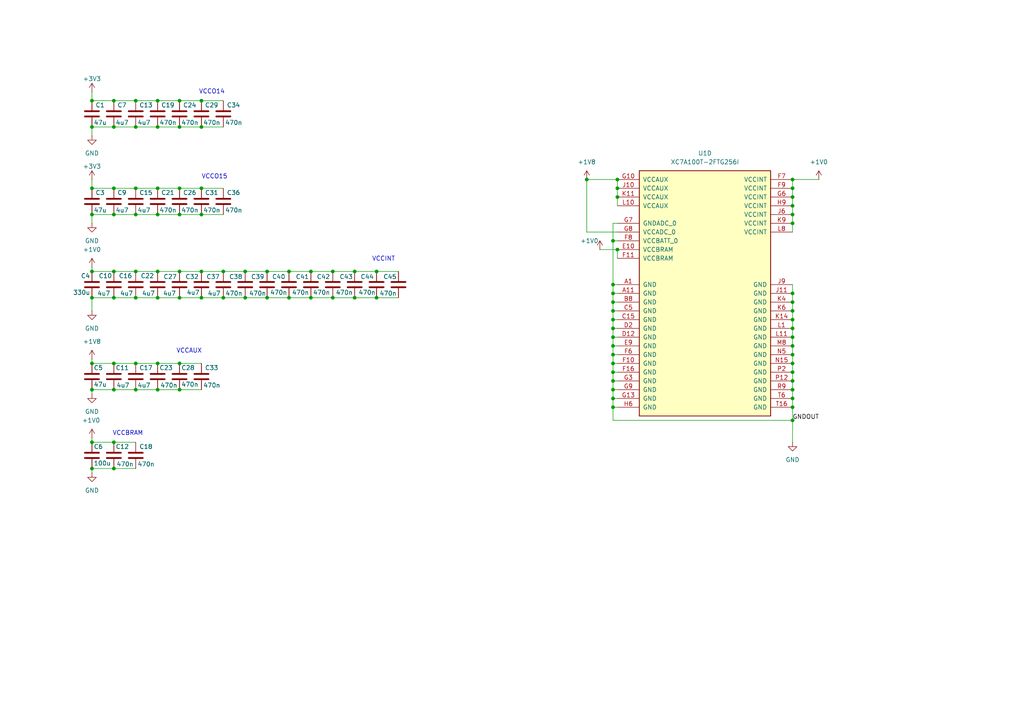
<source format=kicad_sch>
(kicad_sch (version 20250114) (generator "eeschema") (generator_version "9.0")
  (paper "A4")
  (lib_symbols
    (symbol "Device:C" (pin_numbers (hide yes)) (pin_names (offset 0.254))
      (property "Reference" "C" (at 0.635 2.54 0))
      (property "Value" "C" (at 0.635 -2.54 0))
      (symbol "C_0_1"
        (polyline (pts (xy -2.032 0.762) (xy 2.032 0.762)) (stroke (width 0.508)))
        (polyline (pts (xy -2.032 -0.762) (xy 2.032 -0.762)) (stroke (width 0.508)))
      )
      (symbol "C_1_1"
        (pin passive line (at 0 3.81 270) (length 2.794) (name "~") (number "1"))
        (pin passive line (at 0 -3.81 90) (length 2.794) (name "~") (number "2"))
      )
    )
    (symbol "FPGA_Xilinx_Artix7:XC7A100T-FTG256" (pin_names (offset 1.016))
      (property "Reference" "U" (at 0 1.27 0))
      (property "Value" "XC7A100T-FTG256" (at 0 -1.27 0))
      (symbol "XC7A100T-FTG256_1_1"
        (rectangle (start -44.45 67.31) (end 44.45 -73.66) (stroke (width 0.254)) (fill (type background)))
        (pin bidirectional line (at -50.8 53.34 0) (length 6.35) (name "IO_0_14") (number "K12"))
        (pin bidirectional line (at -50.8 50.8 0) (length 6.35) (name "IO_L1P_T0_D00_MOSI_14") (number "J13"))
        (pin bidirectional line (at -50.8 48.26 0) (length 6.35) (name "IO_L1N_T0_D01_DIN_14") (number "J14"))
        (pin bidirectional line (at -50.8 45.72 0) (length 6.35) (name "IO_L2P_T0_D02_14") (number "K15"))
        (pin bidirectional line (at -50.8 43.18 0) (length 6.35) (name "IO_L2N_T0_D03_14") (number "K16"))
        (pin bidirectional line (at -50.8 40.64 0) (length 6.35) (name "IO_L3P_T0_DQS_PUDC_B_14") (number "L15"))
        (pin bidirectional line (at -50.8 38.1 0) (length 6.35) (name "IO_L3N_T0_DQS_EMCCLK_14") (number "M15"))
        (pin bidirectional line (at -50.8 35.56 0) (length 6.35) (name "IO_L4P_T0_D04_14") (number "L14"))
        (pin bidirectional line (at -50.8 33.02 0) (length 6.35) (name "IO_L4N_T0_D05_14") (number "M14"))
        (pin bidirectional line (at -50.8 30.48 0) (length 6.35) (name "IO_L5P_T0_D06_14") (number "K13"))
        (pin bidirectional line (at -50.8 27.94 0) (length 6.35) (name "IO_L5N_T0_D07_14") (number "L13"))
        (pin bidirectional line (at -50.8 25.4 0) (length 6.35) (name "IO_L6P_T0_FCS_B_14") (number "L12"))
        (pin bidirectional line (at -50.8 22.86 0) (length 6.35) (name "IO_L6N_T0_D08_VREF_14") (number "M12"))
        (pin bidirectional line (at -50.8 20.32 0) (length 6.35) (name "IO_L7P_T1_D09_14") (number "M16"))
        (pin bidirectional line (at -50.8 17.78 0) (length 6.35) (name "IO_L7N_T1_D10_14") (number "N16"))
        (pin bidirectional line (at -50.8 15.24 0) (length 6.35) (name "IO_L8P_T1_D11_14") (number "P15"))
        (pin bidirectional line (at -50.8 12.7 0) (length 6.35) (name "IO_L8N_T1_D12_14") (number "P16"))
        (pin bidirectional line (at -50.8 10.16 0) (length 6.35) (name "IO_L9P_T1_DQS_14") (number "R15"))
        (pin bidirectional line (at -50.8 7.62 0) (length 6.35) (name "IO_L9N_T1_DQS_D13_14") (number "R16"))
        (pin bidirectional line (at -50.8 5.08 0) (length 6.35) (name "IO_L10P_T1_D14_14") (number "T14"))
        (pin bidirectional line (at -50.8 2.54 0) (length 6.35) (name "IO_L10N_T1_D15_14") (number "T15"))
        (pin bidirectional line (at -50.8 0 0) (length 6.35) (name "IO_L11P_T1_SRCC_14") (number "N13"))
        (pin bidirectional line (at -50.8 -2.54 0) (length 6.35) (name "IO_L11N_T1_SRCC_14") (number "P13"))
        (pin bidirectional line (at -50.8 -5.08 0) (length 6.35) (name "IO_L12P_T1_MRCC_14") (number "N14"))
        (pin bidirectional line (at -50.8 -7.62 0) (length 6.35) (name "IO_L12N_T1_MRCC_14") (number "P14"))
        (pin bidirectional line (at -50.8 -10.16 0) (length 6.35) (name "IO_L13P_T2_MRCC_14") (number "N11"))
        (pin bidirectional line (at -50.8 -12.7 0) (length 6.35) (name "IO_L13N_T2_MRCC_14") (number "N12"))
        (pin bidirectional line (at -50.8 -15.24 0) (length 6.35) (name "IO_L14P_T2_SRCC_14") (number "P10"))
        (pin bidirectional line (at -50.8 -17.78 0) (length 6.35) (name "IO_L14N_T2_SRCC_14") (number "P11"))
        (pin bidirectional line (at -50.8 -20.32 0) (length 6.35) (name "IO_L15P_T2_DQS_RDWR_B_14") (number "R12"))
        (pin bidirectional line (at -50.8 -22.86 0) (length 6.35) (name "IO_L15N_T2_DQS_DOUT_CSO_B_14") (number "T12"))
        (pin bidirectional line (at -50.8 -25.4 0) (length 6.35) (name "IO_L16P_T2_CSI_B_14") (number "R13"))
        (pin bidirectional line (at -50.8 -27.94 0) (length 6.35) (name "IO_L16N_T2_A15_D31_14") (number "T13"))
        (pin bidirectional line (at -50.8 -30.48 0) (length 6.35) (name "IO_L17P_T2_A14_D30_14") (number "R10"))
        (pin bidirectional line (at -50.8 -33.02 0) (length 6.35) (name "IO_L17N_T2_A13_D29_14") (number "R11"))
        (pin bidirectional line (at -50.8 -35.56 0) (length 6.35) (name "IO_L18P_T2_A12_D28_14") (number "N9"))
        (pin bidirectional line (at -50.8 -38.1 0) (length 6.35) (name "IO_L18N_T2_A11_D27_14") (number "P9"))
        (pin bidirectional line (at -50.8 -40.64 0) (length 6.35) (name "IO_L19P_T3_A10_D26_14") (number "M6"))
        (pin bidirectional line (at -50.8 -43.18 0) (length 6.35) (name "IO_L19N_T3_A09_D25_VREF_14") (number "N6"))
        (pin bidirectional line (at -50.8 -45.72 0) (length 6.35) (name "IO_L20P_T3_A08_D24_14") (number "P8"))
        (pin bidirectional line (at -50.8 -48.26 0) (length 6.35) (name "IO_L20N_T3_A07_D23_14") (number "R8"))
        (pin bidirectional line (at -50.8 -50.8 0) (length 6.35) (name "IO_L21P_T3_DQS_14") (number "T7"))
        (pin bidirectional line (at -50.8 -53.34 0) (length 6.35) (name "IO_L21N_T3_DQS_A06_D22_14") (number "T8"))
        (pin bidirectional line (at -50.8 -55.88 0) (length 6.35) (name "IO_L22P_T3_A05_D21_14") (number "T9"))
        (pin bidirectional line (at -50.8 -58.42 0) (length 6.35) (name "IO_L22N_T3_A04_D20_14") (number "T10"))
        (pin bidirectional line (at -50.8 -60.96 0) (length 6.35) (name "IO_L23P_T3_A03_D19_14") (number "R5"))
        (pin bidirectional line (at -50.8 -63.5 0) (length 6.35) (name "IO_L23N_T3_A02_D18_14") (number "T5"))
        (pin bidirectional line (at -50.8 -66.04 0) (length 6.35) (name "IO_L24P_T3_A01_D17_14") (number "R6"))
        (pin bidirectional line (at -50.8 -68.58 0) (length 6.35) (name "IO_L24N_T3_A00_D16_14") (number "R7"))
        (pin bidirectional line (at -50.8 -71.12 0) (length 6.35) (name "IO_25_14") (number "P6"))
        (pin power_in line (at -40.64 73.66 270) (length 6.35) (name "VCCO_14") (number "L16"))
        (pin power_in line (at -38.1 73.66 270) (length 6.35) (name "VCCO_14") (number "M13"))
        (pin power_in line (at -35.56 73.66 270) (length 6.35) (name "VCCO_14") (number "N10"))
        (pin power_in line (at -33.02 73.66 270) (length 6.35) (name "VCCO_14") (number "P7"))
        (pin power_in line (at -30.48 73.66 270) (length 6.35) (name "VCCO_14") (number "R14"))
        (pin power_in line (at -27.94 73.66 270) (length 6.35) (name "VCCO_14") (number "T11"))
        (pin power_in line (at 27.94 73.66 270) (length 6.35) (name "VCCO_15") (number "A16"))
        (pin power_in line (at 30.48 73.66 270) (length 6.35) (name "VCCO_15") (number "B13"))
        (pin power_in line (at 33.02 73.66 270) (length 6.35) (name "VCCO_15") (number "C10"))
        (pin power_in line (at 35.56 73.66 270) (length 6.35) (name "VCCO_15") (number "E14"))
        (pin power_in line (at 38.1 73.66 270) (length 6.35) (name "VCCO_15") (number "H15"))
        (pin power_in line (at 40.64 73.66 270) (length 6.35) (name "VCCO_15") (number "J12"))
        (pin bidirectional line (at 50.8 53.34 180) (length 6.35) (name "IO_0_15") (number "D10"))
        (pin bidirectional line (at 50.8 50.8 180) (length 6.35) (name "IO_L1P_T0_AD0P_15") (number "C8"))
        (pin bidirectional line (at 50.8 48.26 180) (length 6.35) (name "IO_L1N_T0_AD0N_15") (number "C9"))
        (pin bidirectional line (at 50.8 45.72 180) (length 6.35) (name "IO_L2P_T0_AD8P_15") (number "A8"))
        (pin bidirectional line (at 50.8 43.18 180) (length 6.35) (name "IO_L2N_T0_AD8N_15") (number "A9"))
        (pin bidirectional line (at 50.8 40.64 180) (length 6.35) (name "IO_L3P_T0_DQS_AD1P_15") (number "B9"))
        (pin bidirectional line (at 50.8 38.1 180) (length 6.35) (name "IO_L3N_T0_DQS_AD1N_15") (number "A10"))
        (pin bidirectional line (at 50.8 35.56 180) (length 6.35) (name "IO_L4P_T0_15") (number "B10"))
        (pin bidirectional line (at 50.8 33.02 180) (length 6.35) (name "IO_L4N_T0_15") (number "B11"))
        (pin bidirectional line (at 50.8 30.48 180) (length 6.35) (name "IO_L5P_T0_AD9P_15") (number "B12"))
        (pin bidirectional line (at 50.8 27.94 180) (length 6.35) (name "IO_L5N_T0_AD9N_15") (number "A12"))
        (pin bidirectional line (at 50.8 25.4 180) (length 6.35) (name "IO_L6P_T0_15") (number "D8"))
        (pin bidirectional line (at 50.8 22.86 180) (length 6.35) (name "IO_L6N_T0_VREF_15") (number "D9"))
        (pin bidirectional line (at 50.8 20.32 180) (length 6.35) (name "IO_L7P_T1_AD2P_15") (number "A13"))
        (pin bidirectional line (at 50.8 17.78 180) (length 6.35) (name "IO_L7N_T1_AD2N_15") (number "A14"))
        (pin bidirectional line (at 50.8 15.24 180) (length 6.35) (name "IO_L8P_T1_AD10P_15") (number "C14"))
        (pin bidirectional line (at 50.8 12.7 180) (length 6.35) (name "IO_L8N_T1_AD10N_15") (number "B14"))
        (pin bidirectional line (at 50.8 10.16 180) (length 6.35) (name "IO_L9P_T1_DQS_AD3P_15") (number "B15"))
        (pin bidirectional line (at 50.8 7.62 180) (length 6.35) (name "IO_L9N_T1_DQS_AD3N_15") (number "A15"))
        (pin bidirectional line (at 50.8 5.08 180) (length 6.35) (name "IO_L10P_T1_AD11P_15") (number "C16"))
        (pin bidirectional line (at 50.8 2.54 180) (length 6.35) (name "IO_L10N_T1_AD11N_15") (number "B16"))
        (pin bidirectional line (at 50.8 0 180) (length 6.35) (name "IO_L11P_T1_SRCC_15") (number "C11"))
        (pin bidirectional line (at 50.8 -2.54 180) (length 6.35) (name "IO_L11N_T1_SRCC_15") (number "C12"))
        (pin bidirectional line (at 50.8 -5.08 180) (length 6.35) (name "IO_L12P_T1_MRCC_15") (number "D13"))
        (pin bidirectional line (at 50.8 -7.62 180) (length 6.35) (name "IO_L12N_T1_MRCC_15") (number "C13"))
        (pin bidirectional line (at 50.8 -10.16 180) (length 6.35) (name "IO_L13P_T2_MRCC_15") (number "E12"))
        (pin bidirectional line (at 50.8 -12.7 180) (length 6.35) (name "IO_L13N_T2_MRCC_15") (number "E13"))
        (pin bidirectional line (at 50.8 -15.24 180) (length 6.35) (name "IO_L14P_T2_SRCC_15") (number "E11"))
        (pin bidirectional line (at 50.8 -17.78 180) (length 6.35) (name "IO_L14N_T2_SRCC_15") (number "D11"))
        (pin bidirectional line (at 50.8 -20.32 180) (length 6.35) (name "IO_L15P_T2_DQS_15") (number "D14"))
        (pin bidirectional line (at 50.8 -22.86 180) (length 6.35) (name "IO_L15N_T2_DQS_ADV_B_15") (number "D15"))
        (pin bidirectional line (at 50.8 -25.4 180) (length 6.35) (name "IO_L16P_T2_A28_15") (number "F12"))
        (pin bidirectional line (at 50.8 -27.94 180) (length 6.35) (name "IO_L16N_T2_A27_15") (number "F13"))
        (pin bidirectional line (at 50.8 -30.48 180) (length 6.35) (name "IO_L17P_T2_A26_15") (number "E16"))
        (pin bidirectional line (at 50.8 -33.02 180) (length 6.35) (name "IO_L17N_T2_A25_15") (number "D16"))
        (pin bidirectional line (at 50.8 -35.56 180) (length 6.35) (name "IO_L18P_T2_A24_15") (number "F15"))
        (pin bidirectional line (at 50.8 -38.1 180) (length 6.35) (name "IO_L18N_T2_A23_15") (number "E15"))
        (pin bidirectional line (at 50.8 -40.64 180) (length 6.35) (name "IO_L19P_T3_A22_15") (number "H11"))
        (pin bidirectional line (at 50.8 -43.18 180) (length 6.35) (name "IO_L19N_T3_A21_VREF_15") (number "G12"))
        (pin bidirectional line (at 50.8 -45.72 180) (length 6.35) (name "IO_L20P_T3_A20_15") (number "H12"))
        (pin bidirectional line (at 50.8 -48.26 180) (length 6.35) (name "IO_L20N_T3_A19_15") (number "H13"))
        (pin bidirectional line (at 50.8 -50.8 180) (length 6.35) (name "IO_L21P_T3_DQS_15") (number "G14"))
        (pin bidirectional line (at 50.8 -53.34 180) (length 6.35) (name "IO_L21N_T3_DQS_A18_15") (number "F14"))
        (pin bidirectional line (at 50.8 -55.88 180) (length 6.35) (name "IO_L22P_T3_A17_15") (number "H16"))
        (pin bidirectional line (at 50.8 -58.42 180) (length 6.35) (name "IO_L22N_T3_A16_15") (number "G16"))
        (pin bidirectional line (at 50.8 -60.96 180) (length 6.35) (name "IO_L23P_T3_FOE_B_15") (number "J15"))
        (pin bidirectional line (at 50.8 -63.5 180) (length 6.35) (name "IO_L23N_T3_FWE_B_15") (number "J16"))
        (pin bidirectional line (at 50.8 -66.04 180) (length 6.35) (name "IO_L24P_T3_RS1_15") (number "H14"))
        (pin bidirectional line (at 50.8 -68.58 180) (length 6.35) (name "IO_L24N_T3_RS0_15") (number "G15"))
        (pin bidirectional line (at 50.8 -71.12 180) (length 6.35) (name "IO_25_15") (number "G11"))
      )
      (symbol "XC7A100T-FTG256_2_1"
        (rectangle (start -44.45 67.31) (end 44.45 -73.66) (stroke (width 0.254)) (fill (type background)))
        (pin bidirectional line (at -50.8 53.34 0) (length 6.35) (name "IO_0_34") (number "L5"))
        (pin bidirectional line (at -50.8 50.8 0) (length 6.35) (name "IO_L1P_T0_34") (number "L4"))
        (pin bidirectional line (at -50.8 48.26 0) (length 6.35) (name "IO_L1N_T0_34") (number "M4"))
        (pin bidirectional line (at -50.8 45.72 0) (length 6.35) (name "IO_L2P_T0_34") (number "M2"))
        (pin bidirectional line (at -50.8 43.18 0) (length 6.35) (name "IO_L2N_T0_34") (number "M1"))
        (pin bidirectional line (at -50.8 40.64 0) (length 6.35) (name "IO_L3P_T0_DQS_34") (number "N3"))
        (pin bidirectional line (at -50.8 38.1 0) (length 6.35) (name "IO_L3N_T0_DQS_34") (number "N2"))
        (pin bidirectional line (at -50.8 35.56 0) (length 6.35) (name "IO_L4P_T0_34") (number "N1"))
        (pin bidirectional line (at -50.8 33.02 0) (length 6.35) (name "IO_L4N_T0_34") (number "P1"))
        (pin bidirectional line (at -50.8 30.48 0) (length 6.35) (name "IO_L5P_T0_34") (number "P4"))
        (pin bidirectional line (at -50.8 27.94 0) (length 6.35) (name "IO_L5N_T0_34") (number "P3"))
        (pin bidirectional line (at -50.8 25.4 0) (length 6.35) (name "IO_L6P_T0_34") (number "M5"))
        (pin bidirectional line (at -50.8 22.86 0) (length 6.35) (name "IO_L6N_T0_VREF_34") (number "N4"))
        (pin bidirectional line (at -50.8 20.32 0) (length 6.35) (name "IO_L7P_T1_34") (number "R2"))
        (pin bidirectional line (at -50.8 17.78 0) (length 6.35) (name "IO_L7N_T1_34") (number "R1"))
        (pin bidirectional line (at -50.8 15.24 0) (length 6.35) (name "IO_L8P_T1_34") (number "R3"))
        (pin bidirectional line (at -50.8 12.7 0) (length 6.35) (name "IO_L8N_T1_34") (number "T2"))
        (pin bidirectional line (at -50.8 10.16 0) (length 6.35) (name "IO_L9P_T1_DQS_34") (number "T4"))
        (pin bidirectional line (at -50.8 7.62 0) (length 6.35) (name "IO_L9N_T1_DQS_34") (number "T3"))
        (pin bidirectional line (at -50.8 5.08 0) (length 6.35) (name "IO_L10P_T1_34") (number "P5"))
        (pin power_in line (at -40.64 73.66 270) (length 6.35) (name "VCCO_34") (number "M3"))
        (pin power_in line (at -38.1 73.66 270) (length 6.35) (name "VCCO_34") (number "R4"))
        (pin power_in line (at -35.56 73.66 270) (length 6.35) (name "VCCO_34") (number "T1"))
        (pin power_in line (at 27.94 73.66 270) (length 6.35) (name "VCCO_35") (number "A6"))
        (pin power_in line (at 30.48 73.66 270) (length 6.35) (name "VCCO_35") (number "B3"))
        (pin power_in line (at 33.02 73.66 270) (length 6.35) (name "VCCO_35") (number "D7"))
        (pin power_in line (at 35.56 73.66 270) (length 6.35) (name "VCCO_35") (number "E4"))
        (pin power_in line (at 38.1 73.66 270) (length 6.35) (name "VCCO_35") (number "F1"))
        (pin power_in line (at 40.64 73.66 270) (length 6.35) (name "VCCO_35") (number "J2"))
        (pin bidirectional line (at 50.8 53.34 180) (length 6.35) (name "IO_0_35") (number "E6"))
        (pin bidirectional line (at 50.8 50.8 180) (length 6.35) (name "IO_L1P_T0_AD4P_35") (number "B7"))
        (pin bidirectional line (at 50.8 48.26 180) (length 6.35) (name "IO_L1N_T0_AD4N_35") (number "A7"))
        (pin bidirectional line (at 50.8 45.72 180) (length 6.35) (name "IO_L2P_T0_AD12P_35") (number "B6"))
        (pin bidirectional line (at 50.8 43.18 180) (length 6.35) (name "IO_L2N_T0_AD12N_35") (number "B5"))
        (pin bidirectional line (at 50.8 40.64 180) (length 6.35) (name "IO_L3P_T0_DQS_AD5P_35") (number "A5"))
        (pin bidirectional line (at 50.8 38.1 180) (length 6.35) (name "IO_L3N_T0_DQS_AD5N_35") (number "A4"))
        (pin bidirectional line (at 50.8 35.56 180) (length 6.35) (name "IO_L4P_T0_35") (number "B4"))
        (pin bidirectional line (at 50.8 33.02 180) (length 6.35) (name "IO_L4N_T0_35") (number "A3"))
        (pin bidirectional line (at 50.8 30.48 180) (length 6.35) (name "IO_L5P_T0_AD13P_35") (number "C7"))
        (pin bidirectional line (at 50.8 27.94 180) (length 6.35) (name "IO_L5N_T0_AD13N_35") (number "C6"))
        (pin bidirectional line (at 50.8 25.4 180) (length 6.35) (name "IO_L6P_T0_35") (number "D6"))
        (pin bidirectional line (at 50.8 22.86 180) (length 6.35) (name "IO_L6N_T0_VREF_35") (number "D5"))
        (pin bidirectional line (at 50.8 20.32 180) (length 6.35) (name "IO_L7P_T1_AD6P_35") (number "C3"))
        (pin bidirectional line (at 50.8 17.78 180) (length 6.35) (name "IO_L7N_T1_AD6N_35") (number "C2"))
        (pin bidirectional line (at 50.8 15.24 180) (length 6.35) (name "IO_L8P_T1_AD14P_35") (number "B2"))
        (pin bidirectional line (at 50.8 12.7 180) (length 6.35) (name "IO_L8N_T1_AD14N_35") (number "A2"))
        (pin bidirectional line (at 50.8 10.16 180) (length 6.35) (name "IO_L9P_T1_DQS_AD7P_35") (number "C1"))
        (pin bidirectional line (at 50.8 7.62 180) (length 6.35) (name "IO_L9N_T1_DQS_AD7N_35") (number "B1"))
        (pin bidirectional line (at 50.8 5.08 180) (length 6.35) (name "IO_L10P_T1_AD15P_35") (number "E2"))
        (pin bidirectional line (at 50.8 2.54 180) (length 6.35) (name "IO_L10N_T1_AD15N_35") (number "D1"))
        (pin bidirectional line (at 50.8 0 180) (length 6.35) (name "IO_L11P_T1_SRCC_35") (number "E3"))
        (pin bidirectional line (at 50.8 -2.54 180) (length 6.35) (name "IO_L11N_T1_SRCC_35") (number "D3"))
        (pin bidirectional line (at 50.8 -5.08 180) (length 6.35) (name "IO_L12P_T1_MRCC_35") (number "D4"))
        (pin bidirectional line (at 50.8 -7.62 180) (length 6.35) (name "IO_L12N_T1_MRCC_35") (number "C4"))
        (pin bidirectional line (at 50.8 -10.16 180) (length 6.35) (name "IO_L13P_T2_MRCC_35") (number "F5"))
        (pin bidirectional line (at 50.8 -12.7 180) (length 6.35) (name "IO_L13N_T2_MRCC_35") (number "E5"))
        (pin bidirectional line (at 50.8 -15.24 180) (length 6.35) (name "IO_L14P_T2_SRCC_35") (number "F4"))
        (pin bidirectional line (at 50.8 -17.78 180) (length 6.35) (name "IO_L14N_T2_SRCC_35") (number "F3"))
        (pin bidirectional line (at 50.8 -20.32 180) (length 6.35) (name "IO_L15P_T2_DQS_35") (number "F2"))
        (pin bidirectional line (at 50.8 -22.86 180) (length 6.35) (name "IO_L15N_T2_DQS_35") (number "E1"))
        (pin bidirectional line (at 50.8 -25.4 180) (length 6.35) (name "IO_L16P_T2_35") (number "G5"))
        (pin bidirectional line (at 50.8 -27.94 180) (length 6.35) (name "IO_L16N_T2_35") (number "G4"))
        (pin bidirectional line (at 50.8 -30.48 180) (length 6.35) (name "IO_L17P_T2_35") (number "G2"))
        (pin bidirectional line (at 50.8 -33.02 180) (length 6.35) (name "IO_L17N_T2_35") (number "G1"))
        (pin bidirectional line (at 50.8 -35.56 180) (length 6.35) (name "IO_L18P_T2_35") (number "H5"))
        (pin bidirectional line (at 50.8 -38.1 180) (length 6.35) (name "IO_L18N_T2_35") (number "H4"))
        (pin bidirectional line (at 50.8 -40.64 180) (length 6.35) (name "IO_L19P_T3_35") (number "J5"))
        (pin bidirectional line (at 50.8 -43.18 180) (length 6.35) (name "IO_L19N_T3_VREF_35") (number "J4"))
        (pin bidirectional line (at 50.8 -45.72 180) (length 6.35) (name "IO_L20P_T3_35") (number "H2"))
        (pin bidirectional line (at 50.8 -48.26 180) (length 6.35) (name "IO_L20N_T3_35") (number "H1"))
        (pin bidirectional line (at 50.8 -50.8 180) (length 6.35) (name "IO_L21P_T3_DQS_35") (number "J3"))
        (pin bidirectional line (at 50.8 -53.34 180) (length 6.35) (name "IO_L21N_T3_DQS_35") (number "H3"))
        (pin bidirectional line (at 50.8 -55.88 180) (length 6.35) (name "IO_L22P_T3_35") (number "K1"))
        (pin bidirectional line (at 50.8 -58.42 180) (length 6.35) (name "IO_L22N_T3_35") (number "J1"))
        (pin bidirectional line (at 50.8 -60.96 180) (length 6.35) (name "IO_L23P_T3_35") (number "L3"))
        (pin bidirectional line (at 50.8 -63.5 180) (length 6.35) (name "IO_L23N_T3_35") (number "L2"))
        (pin bidirectional line (at 50.8 -66.04 180) (length 6.35) (name "IO_L24P_T3_35") (number "K3"))
        (pin bidirectional line (at 50.8 -68.58 180) (length 6.35) (name "IO_L24N_T3_35") (number "K2"))
        (pin bidirectional line (at 50.8 -71.12 180) (length 6.35) (name "IO_25_35") (number "K5"))
      )
      (symbol "XC7A100T-FTG256_3_1"
        (rectangle (start -31.75 34.29) (end 31.75 -40.64) (stroke (width 0.254)) (fill (type background)))
        (pin power_in line (at 27.94 40.64 270) (length 6.35) (name "VCCO_0") (number "L6"))
        (pin bidirectional line (at 38.1 20.32 180) (length 6.35) (name "TDI_0") (number "N7"))
        (pin bidirectional line (at 38.1 17.78 180) (length 6.35) (name "TDO_0") (number "N8"))
        (pin bidirectional line (at 38.1 15.24 180) (length 6.35) (name "TMS_0") (number "M7"))
        (pin bidirectional line (at 38.1 12.7 180) (length 6.35) (name "TCK_0") (number "L7"))
        (pin bidirectional line (at 38.1 7.62 180) (length 6.35) (name "CCLK_0") (number "E8"))
        (pin bidirectional line (at 38.1 5.08 180) (length 6.35) (name "M0_0") (number "M9"))
        (pin bidirectional line (at 38.1 2.54 180) (length 6.35) (name "M1_0") (number "M10"))
        (pin bidirectional line (at 38.1 0 180) (length 6.35) (name "M2_0") (number "M11"))
        (pin bidirectional line (at 38.1 -5.08 180) (length 6.35) (name "DONE_0") (number "H10"))
        (pin bidirectional line (at 38.1 -7.62 180) (length 6.35) (name "INIT_B_0") (number "K10"))
        (pin bidirectional line (at 38.1 -10.16 180) (length 6.35) (name "PROGRAM_B_0") (number "L9"))
        (pin bidirectional line (at 38.1 -15.24 180) (length 6.35) (name "CFGBVS_0") (number "E7"))
        (pin bidirectional line (at 38.1 -20.32 180) (length 6.35) (name "VP_0") (number "H8"))
        (pin bidirectional line (at 38.1 -22.86 180) (length 6.35) (name "VN_0") (number "J7"))
        (pin bidirectional line (at 38.1 -27.94 180) (length 6.35) (name "VREFP_0") (number "J8"))
        (pin bidirectional line (at 38.1 -30.48 180) (length 6.35) (name "VREFN_0") (number "H7"))
        (pin bidirectional line (at 38.1 -35.56 180) (length 6.35) (name "DXP_0") (number "K8"))
        (pin bidirectional line (at 38.1 -38.1 180) (length 6.35) (name "DXN_0") (number "K7"))
      )
      (symbol "XC7A100T-FTG256_4_1"
        (rectangle (start -19.05 35.56) (end 19.05 -35.56) (stroke (width 0.254)) (fill (type background)))
        (pin power_in line (at -25.4 33.02 0) (length 6.35) (name "VCCAUX") (number "G10"))
        (pin power_in line (at -25.4 30.48 0) (length 6.35) (name "VCCAUX") (number "J10"))
        (pin power_in line (at -25.4 27.94 0) (length 6.35) (name "VCCAUX") (number "K11"))
        (pin power_in line (at -25.4 25.4 0) (length 6.35) (name "VCCAUX") (number "L10"))
        (pin power_in line (at -25.4 20.32 0) (length 6.35) (name "GNDADC_0") (number "G7"))
        (pin power_in line (at -25.4 17.78 0) (length 6.35) (name "VCCADC_0") (number "G8"))
        (pin power_in line (at -25.4 15.24 0) (length 6.35) (name "VCCBATT_0") (number "F8"))
        (pin power_in line (at -25.4 12.7 0) (length 6.35) (name "VCCBRAM") (number "E10"))
        (pin power_in line (at -25.4 10.16 0) (length 6.35) (name "VCCBRAM") (number "F11"))
        (pin power_in line (at -25.4 2.54 0) (length 6.35) (name "GND") (number "A1"))
        (pin power_in line (at -25.4 0 0) (length 6.35) (name "GND") (number "A11"))
        (pin power_in line (at -25.4 -2.54 0) (length 6.35) (name "GND") (number "B8"))
        (pin power_in line (at -25.4 -5.08 0) (length 6.35) (name "GND") (number "C5"))
        (pin power_in line (at -25.4 -7.62 0) (length 6.35) (name "GND") (number "C15"))
        (pin power_in line (at -25.4 -10.16 0) (length 6.35) (name "GND") (number "D2"))
        (pin power_in line (at -25.4 -12.7 0) (length 6.35) (name "GND") (number "D12"))
        (pin power_in line (at -25.4 -15.24 0) (length 6.35) (name "GND") (number "E9"))
        (pin power_in line (at -25.4 -17.78 0) (length 6.35) (name "GND") (number "F6"))
        (pin power_in line (at -25.4 -20.32 0) (length 6.35) (name "GND") (number "F10"))
        (pin power_in line (at -25.4 -22.86 0) (length 6.35) (name "GND") (number "F16"))
        (pin power_in line (at -25.4 -25.4 0) (length 6.35) (name "GND") (number "G3"))
        (pin power_in line (at -25.4 -27.94 0) (length 6.35) (name "GND") (number "G9"))
        (pin power_in line (at -25.4 -30.48 0) (length 6.35) (name "GND") (number "G13"))
        (pin power_in line (at -25.4 -33.02 0) (length 6.35) (name "GND") (number "H6"))
        (pin power_in line (at 25.4 33.02 180) (length 6.35) (name "VCCINT") (number "F7"))
        (pin power_in line (at 25.4 30.48 180) (length 6.35) (name "VCCINT") (number "F9"))
        (pin power_in line (at 25.4 27.94 180) (length 6.35) (name "VCCINT") (number "G6"))
        (pin power_in line (at 25.4 25.4 180) (length 6.35) (name "VCCINT") (number "H9"))
        (pin power_in line (at 25.4 22.86 180) (length 6.35) (name "VCCINT") (number "J6"))
        (pin power_in line (at 25.4 20.32 180) (length 6.35) (name "VCCINT") (number "K9"))
        (pin power_in line (at 25.4 17.78 180) (length 6.35) (name "VCCINT") (number "L8"))
        (pin power_in line (at 25.4 2.54 180) (length 6.35) (name "GND") (number "J9"))
        (pin power_in line (at 25.4 0 180) (length 6.35) (name "GND") (number "J11"))
        (pin power_in line (at 25.4 -2.54 180) (length 6.35) (name "GND") (number "K4"))
        (pin power_in line (at 25.4 -5.08 180) (length 6.35) (name "GND") (number "K6"))
        (pin power_in line (at 25.4 -7.62 180) (length 6.35) (name "GND") (number "K14"))
        (pin power_in line (at 25.4 -10.16 180) (length 6.35) (name "GND") (number "L1"))
        (pin power_in line (at 25.4 -12.7 180) (length 6.35) (name "GND") (number "L11"))
        (pin power_in line (at 25.4 -15.24 180) (length 6.35) (name "GND") (number "M8"))
        (pin power_in line (at 25.4 -17.78 180) (length 6.35) (name "GND") (number "N5"))
        (pin power_in line (at 25.4 -20.32 180) (length 6.35) (name "GND") (number "N15"))
        (pin power_in line (at 25.4 -22.86 180) (length 6.35) (name "GND") (number "P2"))
        (pin power_in line (at 25.4 -25.4 180) (length 6.35) (name "GND") (number "P12"))
        (pin power_in line (at 25.4 -27.94 180) (length 6.35) (name "GND") (number "R9"))
        (pin power_in line (at 25.4 -30.48 180) (length 6.35) (name "GND") (number "T6"))
        (pin power_in line (at 25.4 -33.02 180) (length 6.35) (name "GND") (number "T16"))
      )
    )
    (symbol "power:+1V0" (power) (pin_numbers (hide yes)) (pin_names (offset 0) (hide yes))
      (property "Value" "+1V0" (at 0 3.556 0))
      (symbol "+1V0_0_1"
        (polyline (pts (xy -0.762 1.27) (xy 0 2.54)))
        (polyline (pts (xy 0 2.54) (xy 0.762 1.27)))
        (polyline (pts (xy 0 0) (xy 0 2.54)))
      )
      (symbol "+1V0_1_1"
        (pin power_in line (at 0 0 90) (length 0) (name "~") (number "1"))
      )
    )
    (symbol "power:+1V8" (power) (pin_numbers (hide yes)) (pin_names (offset 0) (hide yes))
      (property "Value" "+1V8" (at 0 3.556 0))
      (symbol "+1V8_0_1"
        (polyline (pts (xy -0.762 1.27) (xy 0 2.54)))
        (polyline (pts (xy 0 2.54) (xy 0.762 1.27)))
        (polyline (pts (xy 0 0) (xy 0 2.54)))
      )
      (symbol "+1V8_1_1"
        (pin power_in line (at 0 0 90) (length 0) (name "~") (number "1"))
      )
    )
    (symbol "power:+3V3" (power) (pin_numbers (hide yes)) (pin_names (offset 0) (hide yes))
      (property "Value" "+3V3" (at 0 3.556 0))
      (symbol "+3V3_0_1"
        (polyline (pts (xy -0.762 1.27) (xy 0 2.54)))
        (polyline (pts (xy 0 2.54) (xy 0.762 1.27)))
        (polyline (pts (xy 0 0) (xy 0 2.54)))
      )
      (symbol "+3V3_1_1"
        (pin power_in line (at 0 0 90) (length 0) (name "~") (number "1"))
      )
    )
    (symbol "power:GND" (power) (pin_numbers (hide yes)) (pin_names (offset 0) (hide yes))
      (property "Value" "GND" (at 0 -3.81 0))
      (symbol "GND_0_1"
        (polyline (pts (xy 0 0) (xy 0 -1.27) (xy 1.27 -1.27) (xy 0 -2.54) (xy -1.27 -1.27) (xy 0 -1.27)))
      )
      (symbol "GND_1_1"
        (pin power_in line (at 0 0 270) (length 0) (name "~") (number "1"))
      )
    )
  )
  (text "VCCBRAM" (at 37.084 125.73 0) (effects (font (size 1.27 1.27))))
  (text "VCCO15\n" (at 62.23 51.308 0) (effects (font (size 1.27 1.27))))
  (text "VCCINT\n" (at 111.252 75.184 0) (effects (font (size 1.27 1.27))))
  (text "VCCO14\n" (at 61.468 26.67 0) (effects (font (size 1.27 1.27))))
  (text "VCCAUX\n" (at 54.864 101.854 0) (effects (font (size 1.27 1.27))))
  (junction (at 177.8 95.25))
  (junction (at 26.67 78.74))
  (junction (at 229.87 107.95))
  (junction (at 45.72 36.83))
  (junction (at 45.72 54.61))
  (junction (at 52.07 62.23))
  (junction (at 179.07 52.07))
  (junction (at 77.47 86.36))
  (junction (at 39.37 86.36))
  (junction (at 229.87 54.61))
  (junction (at 177.8 97.79))
  (junction (at 177.8 69.85))
  (junction (at 177.8 87.63))
  (junction (at 52.07 36.83))
  (junction (at 64.77 86.36))
  (junction (at 33.02 86.36))
  (junction (at 52.07 113.03))
  (junction (at 33.02 54.61))
  (junction (at 229.87 95.25))
  (junction (at 39.37 105.41))
  (junction (at 109.22 78.74))
  (junction (at 26.67 54.61))
  (junction (at 26.67 29.21))
  (junction (at 177.8 107.95))
  (junction (at 33.02 36.83))
  (junction (at 229.87 105.41))
  (junction (at 179.07 57.15))
  (junction (at 52.07 86.36))
  (junction (at 45.72 105.41))
  (junction (at 52.07 54.61))
  (junction (at 177.8 115.57))
  (junction (at 33.02 113.03))
  (junction (at 229.87 121.92))
  (junction (at 77.47 78.74))
  (junction (at 83.82 86.36))
  (junction (at 177.8 102.87))
  (junction (at 45.72 62.23))
  (junction (at 177.8 100.33))
  (junction (at 39.37 36.83))
  (junction (at 177.8 113.03))
  (junction (at 177.8 85.09))
  (junction (at 229.87 85.09))
  (junction (at 109.22 86.36))
  (junction (at 170.18 52.07))
  (junction (at 33.02 105.41))
  (junction (at 26.67 105.41))
  (junction (at 229.87 90.17))
  (junction (at 33.02 29.21))
  (junction (at 83.82 78.74))
  (junction (at 229.87 64.77))
  (junction (at 96.52 78.74))
  (junction (at 229.87 113.03))
  (junction (at 39.37 62.23))
  (junction (at 39.37 113.03))
  (junction (at 179.07 72.39))
  (junction (at 39.37 78.74))
  (junction (at 52.07 105.41))
  (junction (at 26.67 128.27))
  (junction (at 177.8 110.49))
  (junction (at 229.87 115.57))
  (junction (at 102.87 86.36))
  (junction (at 45.72 78.74))
  (junction (at 71.12 78.74))
  (junction (at 90.17 86.36))
  (junction (at 52.07 78.74))
  (junction (at 177.8 92.71))
  (junction (at 58.42 36.83))
  (junction (at 96.52 86.36))
  (junction (at 39.37 29.21))
  (junction (at 58.42 78.74))
  (junction (at 26.67 135.89))
  (junction (at 26.67 86.36))
  (junction (at 229.87 52.07))
  (junction (at 58.42 54.61))
  (junction (at 177.8 90.17))
  (junction (at 33.02 128.27))
  (junction (at 177.8 118.11))
  (junction (at 39.37 54.61))
  (junction (at 26.67 113.03))
  (junction (at 90.17 78.74))
  (junction (at 71.12 86.36))
  (junction (at 26.67 36.83))
  (junction (at 229.87 62.23))
  (junction (at 179.07 54.61))
  (junction (at 229.87 57.15))
  (junction (at 229.87 102.87))
  (junction (at 229.87 100.33))
  (junction (at 229.87 110.49))
  (junction (at 45.72 113.03))
  (junction (at 58.42 62.23))
  (junction (at 229.87 92.71))
  (junction (at 229.87 87.63))
  (junction (at 33.02 78.74))
  (junction (at 229.87 59.69))
  (junction (at 102.87 78.74))
  (junction (at 58.42 29.21))
  (junction (at 229.87 97.79))
  (junction (at 33.02 62.23))
  (junction (at 177.8 105.41))
  (junction (at 177.8 82.55))
  (junction (at 26.67 62.23))
  (junction (at 45.72 86.36))
  (junction (at 64.77 78.74))
  (junction (at 33.02 135.89))
  (junction (at 229.87 118.11))
  (junction (at 58.42 86.36))
  (junction (at 52.07 29.21))
  (junction (at 45.72 29.21))
  (wire (pts (xy 58.42 36.83) (xy 64.77 36.83)))
  (wire (pts (xy 33.02 36.83) (xy 39.37 36.83)))
  (wire (pts (xy 26.67 29.21) (xy 33.02 29.21)))
  (wire (pts (xy 229.87 54.61) (xy 229.87 57.15)))
  (wire (pts (xy 39.37 36.83) (xy 45.72 36.83)))
  (wire (pts (xy 177.8 115.57) (xy 179.07 115.57)))
  (wire (pts (xy 45.72 36.83) (xy 52.07 36.83)))
  (wire (pts (xy 229.87 102.87) (xy 229.87 105.41)))
  (wire (pts (xy 177.8 102.87) (xy 177.8 105.41)))
  (wire (pts (xy 177.8 90.17) (xy 179.07 90.17)))
  (wire (pts (xy 109.22 78.74) (xy 102.87 78.74)))
  (wire (pts (xy 26.67 127) (xy 26.67 128.27)))
  (wire (pts (xy 179.07 57.15) (xy 179.07 59.69)))
  (wire (pts (xy 177.8 92.71) (xy 179.07 92.71)))
  (wire (pts (xy 39.37 105.41) (xy 45.72 105.41)))
  (wire (pts (xy 26.67 62.23) (xy 26.67 64.77)))
  (wire (pts (xy 177.8 105.41) (xy 177.8 107.95)))
  (wire (pts (xy 58.42 85.09) (xy 58.42 86.36)))
  (wire (pts (xy 177.8 113.03) (xy 179.07 113.03)))
  (wire (pts (xy 177.8 100.33) (xy 177.8 102.87)))
  (wire (pts (xy 229.87 87.63) (xy 229.87 90.17)))
  (wire (pts (xy 26.67 113.03) (xy 26.67 114.3)))
  (wire (pts (xy 45.72 86.36) (xy 39.37 86.36)))
  (wire (pts (xy 52.07 62.23) (xy 58.42 62.23)))
  (wire (pts (xy 170.18 52.07) (xy 170.18 67.31)))
  (wire (pts (xy 58.42 62.23) (xy 64.77 62.23)))
  (wire (pts (xy 229.87 85.09) (xy 229.87 87.63)))
  (wire (pts (xy 102.87 86.36) (xy 96.52 86.36)))
  (wire (pts (xy 177.8 107.95) (xy 179.07 107.95)))
  (wire (pts (xy 58.42 29.21) (xy 64.77 29.21)))
  (wire (pts (xy 179.07 72.39) (xy 179.07 74.93)))
  (wire (pts (xy 39.37 29.21) (xy 45.72 29.21)))
  (wire (pts (xy 58.42 86.36) (xy 52.07 86.36)))
  (wire (pts (xy 177.8 82.55) (xy 179.07 82.55)))
  (wire (pts (xy 39.37 62.23) (xy 45.72 62.23)))
  (wire (pts (xy 33.02 62.23) (xy 39.37 62.23)))
  (wire (pts (xy 177.8 85.09) (xy 179.07 85.09)))
  (wire (pts (xy 177.8 118.11) (xy 177.8 121.92)))
  (wire (pts (xy 96.52 78.74) (xy 90.17 78.74)))
  (wire (pts (xy 52.07 29.21) (xy 58.42 29.21)))
  (wire (pts (xy 33.02 135.89) (xy 26.67 135.89)))
  (wire (pts (xy 177.8 92.71) (xy 177.8 95.25)))
  (wire (pts (xy 90.17 78.74) (xy 83.82 78.74)))
  (wire (pts (xy 177.8 85.09) (xy 177.8 87.63)))
  (wire (pts (xy 71.12 86.36) (xy 64.77 86.36)))
  (wire (pts (xy 39.37 54.61) (xy 45.72 54.61)))
  (wire (pts (xy 64.77 86.36) (xy 58.42 86.36)))
  (wire (pts (xy 177.8 105.41) (xy 179.07 105.41)))
  (wire (pts (xy 229.87 62.23) (xy 229.87 64.77)))
  (wire (pts (xy 83.82 78.74) (xy 77.47 78.74)))
  (wire (pts (xy 39.37 113.03) (xy 45.72 113.03)))
  (wire (pts (xy 179.07 64.77) (xy 177.8 64.77)))
  (wire (pts (xy 33.02 78.74) (xy 26.67 78.74)))
  (wire (pts (xy 83.82 86.36) (xy 77.47 86.36)))
  (wire (pts (xy 45.72 62.23) (xy 52.07 62.23)))
  (wire (pts (xy 177.8 87.63) (xy 177.8 90.17)))
  (wire (pts (xy 229.87 113.03) (xy 229.87 115.57)))
  (wire (pts (xy 177.8 82.55) (xy 177.8 85.09)))
  (wire (pts (xy 26.67 104.14) (xy 26.67 105.41)))
  (wire (pts (xy 33.02 113.03) (xy 39.37 113.03)))
  (wire (pts (xy 173.99 72.39) (xy 179.07 72.39)))
  (wire (pts (xy 229.87 57.15) (xy 229.87 59.69)))
  (wire (pts (xy 71.12 78.74) (xy 64.77 78.74)))
  (wire (pts (xy 33.02 86.36) (xy 39.37 86.36)))
  (wire (pts (xy 177.8 95.25) (xy 177.8 97.79)))
  (wire (pts (xy 229.87 110.49) (xy 229.87 113.03)))
  (wire (pts (xy 26.67 86.36) (xy 26.67 90.17)))
  (wire (pts (xy 177.8 113.03) (xy 177.8 115.57)))
  (wire (pts (xy 26.67 77.47) (xy 26.67 78.74)))
  (wire (pts (xy 109.22 78.74) (xy 115.57 78.74)))
  (wire (pts (xy 33.02 54.61) (xy 39.37 54.61)))
  (wire (pts (xy 229.87 52.07) (xy 229.87 54.61)))
  (wire (pts (xy 45.72 54.61) (xy 52.07 54.61)))
  (wire (pts (xy 229.87 64.77) (xy 229.87 67.31)))
  (wire (pts (xy 237.49 52.07) (xy 229.87 52.07)))
  (wire (pts (xy 52.07 78.74) (xy 58.42 78.74)))
  (wire (pts (xy 229.87 121.92) (xy 229.87 128.27)))
  (wire (pts (xy 177.8 87.63) (xy 179.07 87.63)))
  (wire (pts (xy 52.07 54.61) (xy 58.42 54.61)))
  (wire (pts (xy 52.07 36.83) (xy 58.42 36.83)))
  (wire (pts (xy 26.67 26.67) (xy 26.67 29.21)))
  (wire (pts (xy 39.37 128.27) (xy 33.02 128.27)))
  (wire (pts (xy 229.87 100.33) (xy 229.87 102.87)))
  (wire (pts (xy 26.67 113.03) (xy 33.02 113.03)))
  (wire (pts (xy 229.87 105.41) (xy 229.87 107.95)))
  (wire (pts (xy 179.07 67.31) (xy 170.18 67.31)))
  (wire (pts (xy 45.72 78.74) (xy 39.37 78.74)))
  (wire (pts (xy 45.72 29.21) (xy 52.07 29.21)))
  (wire (pts (xy 177.8 100.33) (xy 179.07 100.33)))
  (wire (pts (xy 179.07 54.61) (xy 179.07 57.15)))
  (wire (pts (xy 45.72 86.36) (xy 52.07 86.36)))
  (wire (pts (xy 52.07 105.41) (xy 58.42 105.41)))
  (wire (pts (xy 26.67 54.61) (xy 33.02 54.61)))
  (wire (pts (xy 229.87 97.79) (xy 229.87 100.33)))
  (wire (pts (xy 26.67 52.07) (xy 26.67 54.61)))
  (wire (pts (xy 33.02 128.27) (xy 26.67 128.27)))
  (wire (pts (xy 177.8 110.49) (xy 179.07 110.49)))
  (wire (pts (xy 177.8 97.79) (xy 179.07 97.79)))
  (wire (pts (xy 58.42 78.74) (xy 64.77 78.74)))
  (wire (pts (xy 26.67 36.83) (xy 33.02 36.83)))
  (wire (pts (xy 177.8 69.85) (xy 179.07 69.85)))
  (wire (pts (xy 229.87 92.71) (xy 229.87 95.25)))
  (wire (pts (xy 177.8 97.79) (xy 177.8 100.33)))
  (wire (pts (xy 52.07 113.03) (xy 58.42 113.03)))
  (wire (pts (xy 229.87 59.69) (xy 229.87 62.23)))
  (wire (pts (xy 177.8 107.95) (xy 177.8 110.49)))
  (wire (pts (xy 177.8 90.17) (xy 177.8 92.71)))
  (wire (pts (xy 58.42 54.61) (xy 64.77 54.61)))
  (wire (pts (xy 77.47 86.36) (xy 71.12 86.36)))
  (wire (pts (xy 177.8 102.87) (xy 179.07 102.87)))
  (wire (pts (xy 177.8 121.92) (xy 229.87 121.92)))
  (wire (pts (xy 177.8 110.49) (xy 177.8 113.03)))
  (wire (pts (xy 26.67 105.41) (xy 33.02 105.41)))
  (wire (pts (xy 33.02 29.21) (xy 39.37 29.21)))
  (wire (pts (xy 229.87 90.17) (xy 229.87 92.71)))
  (wire (pts (xy 33.02 105.41) (xy 39.37 105.41)))
  (wire (pts (xy 71.12 78.74) (xy 77.47 78.74)))
  (wire (pts (xy 26.67 135.89) (xy 26.67 137.16)))
  (wire (pts (xy 177.8 64.77) (xy 177.8 69.85)))
  (wire (pts (xy 229.87 107.95) (xy 229.87 110.49)))
  (wire (pts (xy 177.8 118.11) (xy 179.07 118.11)))
  (wire (pts (xy 45.72 113.03) (xy 52.07 113.03)))
  (wire (pts (xy 102.87 86.36) (xy 109.22 86.36)))
  (wire (pts (xy 26.67 36.83) (xy 26.67 39.37)))
  (wire (pts (xy 177.8 69.85) (xy 177.8 82.55)))
  (wire (pts (xy 96.52 78.74) (xy 102.87 78.74)))
  (wire (pts (xy 229.87 82.55) (xy 229.87 85.09)))
  (wire (pts (xy 179.07 52.07) (xy 179.07 54.61)))
  (wire (pts (xy 26.67 62.23) (xy 33.02 62.23)))
  (wire (pts (xy 90.17 86.36) (xy 96.52 86.36)))
  (wire (pts (xy 45.72 78.74) (xy 52.07 78.74)))
  (wire (pts (xy 39.37 135.89) (xy 33.02 135.89)))
  (wire (pts (xy 45.72 105.41) (xy 52.07 105.41)))
  (wire (pts (xy 90.17 86.36) (xy 83.82 86.36)))
  (wire (pts (xy 229.87 95.25) (xy 229.87 97.79)))
  (wire (pts (xy 229.87 115.57) (xy 229.87 118.11)))
  (wire (pts (xy 229.87 118.11) (xy 229.87 121.92)))
  (wire (pts (xy 170.18 52.07) (xy 179.07 52.07)))
  (wire (pts (xy 177.8 95.25) (xy 179.07 95.25)))
  (wire (pts (xy 109.22 86.36) (xy 115.57 86.36)))
  (wire (pts (xy 33.02 86.36) (xy 26.67 86.36)))
  (wire (pts (xy 177.8 115.57) (xy 177.8 118.11)))
  (wire (pts (xy 39.37 78.74) (xy 33.02 78.74)))
  (label "GNDOUT" (at 229.87 121.92 0))
  (symbol (lib_id "power:GND") (at 26.67 39.37 0) (unit 1)
    (property "Reference" "#PWR02" (effects (hide yes)))
    (property "Value" "GND" (at 26.67 44.45 0))
    (property "Description" "Power symbol creates a global label with name \"GND\" , ground" (effects (hide yes)))
  )
  (symbol (lib_id "Device:C") (at 39.37 82.55 0) (mirror y) (unit 1)
    (property "Reference" "C16" (at 38.354 80.01 0) (effects (justify left)))
    (property "Value" "4u7" (at 38.608 85.09 0) (effects (justify left)))
    (property "Description" "Unpolarized capacitor" (effects (hide yes)))
  )
  (symbol (lib_id "Device:C") (at 58.42 58.42 0) (unit 1)
    (property "Reference" "C31" (at 59.436 55.88 0) (effects (justify left)))
    (property "Value" "470n" (at 58.928 60.96 0) (effects (justify left)))
    (property "Description" "Unpolarized capacitor" (effects (hide yes)))
  )
  (symbol (lib_id "Device:C") (at 33.02 33.02 0) (unit 1)
    (property "Reference" "C7" (at 34.036 30.48 0) (effects (justify left)))
    (property "Value" "4u7" (at 33.528 35.56 0) (effects (justify left)))
    (property "Description" "Unpolarized capacitor" (effects (hide yes)))
  )
  (symbol (lib_id "Device:C") (at 52.07 58.42 0) (unit 1)
    (property "Reference" "C26" (at 53.086 55.88 0) (effects (justify left)))
    (property "Value" "470n" (at 52.578 60.96 0) (effects (justify left)))
    (property "Description" "Unpolarized capacitor" (effects (hide yes)))
  )
  (symbol (lib_id "Device:C") (at 58.42 82.55 0) (mirror y) (unit 1)
    (property "Reference" "C32" (at 57.658 80.264 0) (effects (justify left)))
    (property "Value" "4u7" (at 57.912 84.836 0) (effects (justify left)))
    (property "Description" "Unpolarized capacitor" (effects (hide yes)))
  )
  (symbol (lib_id "power:+1V0") (at 26.67 127 0) (unit 1)
    (property "Reference" "#PWR011" (effects (hide yes)))
    (property "Value" "+1V0" (at 26.416 121.92 0))
    (property "Description" "Power symbol creates a global label with name \"+1V0\"" (effects (hide yes)))
  )
  (symbol (lib_id "Device:C") (at 39.37 33.02 0) (unit 1)
    (property "Reference" "C13" (at 40.386 30.48 0) (effects (justify left)))
    (property "Value" "4u7" (at 39.878 35.56 0) (effects (justify left)))
    (property "Description" "Unpolarized capacitor" (effects (hide yes)))
  )
  (symbol (lib_id "Device:C") (at 102.87 82.55 0) (mirror y) (unit 1)
    (property "Reference" "C43" (at 102.362 80.264 0) (effects (justify left)))
    (property "Value" "470n" (at 102.362 84.836 0) (effects (justify left)))
    (property "Description" "Unpolarized capacitor" (effects (hide yes)))
  )
  (symbol (lib_id "power:+3V3") (at 26.67 26.67 0) (unit 1)
    (property "Reference" "#PWR01" (effects (hide yes)))
    (property "Value" "+3V3" (at 26.67 22.86 0))
    (property "Description" "Power symbol creates a global label with name \"+3V3\"" (effects (hide yes)))
  )
  (symbol (lib_id "Device:C") (at 33.02 58.42 0) (unit 1)
    (property "Reference" "C9" (at 34.036 55.88 0) (effects (justify left)))
    (property "Value" "4u7" (at 33.528 60.96 0) (effects (justify left)))
    (property "Description" "Unpolarized capacitor" (effects (hide yes)))
  )
  (symbol (lib_id "Device:C") (at 64.77 58.42 0) (unit 1)
    (property "Reference" "C36" (at 65.786 55.88 0) (effects (justify left)))
    (property "Value" "470n" (at 65.278 60.96 0) (effects (justify left)))
    (property "Description" "Unpolarized capacitor" (effects (hide yes)))
  )
  (symbol (lib_id "Device:C") (at 90.17 82.55 0) (mirror y) (unit 1)
    (property "Reference" "C41" (at 89.662 80.264 0) (effects (justify left)))
    (property "Value" "470n" (at 89.662 84.836 0) (effects (justify left)))
    (property "Description" "Unpolarized capacitor" (effects (hide yes)))
  )
  (symbol (lib_id "Device:C") (at 71.12 82.55 0) (mirror y) (unit 1)
    (property "Reference" "C38" (at 70.358 80.264 0) (effects (justify left)))
    (property "Value" "470n" (at 70.358 85.09 0) (effects (justify left)))
    (property "Description" "Unpolarized capacitor" (effects (hide yes)))
  )
  (symbol (lib_id "Device:C") (at 52.07 82.55 0) (mirror y) (unit 1)
    (property "Reference" "C27" (at 51.308 80.264 0) (effects (justify left)))
    (property "Value" "4u7" (at 51.054 85.09 0) (effects (justify left)))
    (property "Description" "Unpolarized capacitor" (effects (hide yes)))
  )
  (symbol (lib_id "Device:C") (at 39.37 109.22 0) (unit 1)
    (property "Reference" "C17" (at 40.386 106.68 0) (effects (justify left)))
    (property "Value" "4u7" (at 39.878 111.76 0) (effects (justify left)))
    (property "Description" "Unpolarized capacitor" (effects (hide yes)))
  )
  (symbol (lib_id "Device:C") (at 64.77 82.55 0) (mirror y) (unit 1)
    (property "Reference" "C37" (at 63.754 80.264 0) (effects (justify left)))
    (property "Value" "4u7" (at 64.008 85.09 0) (effects (justify left)))
    (property "Description" "Unpolarized capacitor" (effects (hide yes)))
  )
  (symbol (lib_id "Device:C") (at 39.37 58.42 0) (unit 1)
    (property "Reference" "C15" (at 40.386 55.88 0) (effects (justify left)))
    (property "Value" "4u7" (at 39.878 60.96 0) (effects (justify left)))
    (property "Description" "Unpolarized capacitor" (effects (hide yes)))
  )
  (symbol (lib_id "Device:C") (at 26.67 132.08 0) (unit 1)
    (property "Reference" "C6" (at 27.178 129.54 0) (effects (justify left)))
    (property "Value" "100u" (at 27.178 134.366 0) (effects (justify left)))
    (property "Description" "Unpolarized capacitor" (effects (hide yes)))
  )
  (symbol (lib_id "power:GND") (at 26.67 114.3 0) (unit 1)
    (property "Reference" "#PWR010" (effects (hide yes)))
    (property "Value" "GND" (at 26.67 119.38 0))
    (property "Description" "Power symbol creates a global label with name \"GND\" , ground" (effects (hide yes)))
  )
  (symbol (lib_id "Device:C") (at 52.07 109.22 0) (unit 1)
    (property "Reference" "C28" (at 52.578 106.68 0) (effects (justify left)))
    (property "Value" "470n" (at 52.578 111.506 0) (effects (justify left)))
    (property "Description" "Unpolarized capacitor" (effects (hide yes)))
  )
  (symbol (lib_id "Device:C") (at 83.82 82.55 0) (mirror y) (unit 1)
    (property "Reference" "C40" (at 82.804 80.264 0) (effects (justify left)))
    (property "Value" "470n" (at 83.312 84.836 0) (effects (justify left)))
    (property "Description" "Unpolarized capacitor" (effects (hide yes)))
  )
  (symbol (lib_id "power:GND") (at 26.67 64.77 0) (unit 1)
    (property "Reference" "#PWR06" (effects (hide yes)))
    (property "Value" "GND" (at 26.67 69.85 0))
    (property "Description" "Power symbol creates a global label with name \"GND\" , ground" (effects (hide yes)))
  )
  (symbol (lib_id "Device:C") (at 96.52 82.55 0) (mirror y) (unit 1)
    (property "Reference" "C42" (at 95.758 80.264 0) (effects (justify left)))
    (property "Value" "470n" (at 95.758 84.836 0) (effects (justify left)))
    (property "Description" "Unpolarized capacitor" (effects (hide yes)))
  )
  (symbol (lib_id "Device:C") (at 33.02 132.08 0) (unit 1)
    (property "Reference" "C12" (at 33.528 129.54 0) (effects (justify left)))
    (property "Value" "470n" (at 33.782 134.62 0) (effects (justify left)))
    (property "Description" "Unpolarized capacitor" (effects (hide yes)))
  )
  (symbol (lib_id "power:+1V8") (at 170.18 52.07 0) (unit 1)
    (property "Reference" "#PWR013" (effects (hide yes)))
    (property "Value" "+1V8" (at 170.18 46.99 0))
    (property "Description" "Power symbol creates a global label with name \"+1V8\"" (effects (hide yes)))
  )
  (symbol (lib_id "Device:C") (at 58.42 33.02 0) (unit 1)
    (property "Reference" "C29" (at 59.436 30.48 0) (effects (justify left)))
    (property "Value" "470n" (at 58.928 35.56 0) (effects (justify left)))
    (property "Description" "Unpolarized capacitor" (effects (hide yes)))
  )
  (symbol (lib_id "power:+3V3") (at 26.67 52.07 0) (unit 1)
    (property "Reference" "#PWR05" (effects (hide yes)))
    (property "Value" "+3V3" (at 26.67 48.26 0))
    (property "Description" "Power symbol creates a global label with name \"+3V3\"" (effects (hide yes)))
  )
  (symbol (lib_id "Device:C") (at 45.72 33.02 0) (unit 1)
    (property "Reference" "C19" (at 46.736 30.48 0) (effects (justify left)))
    (property "Value" "470n" (at 46.228 35.56 0) (effects (justify left)))
    (property "Description" "Unpolarized capacitor" (effects (hide yes)))
  )
  (symbol (lib_id "Device:C") (at 52.07 33.02 0) (unit 1)
    (property "Reference" "C24" (at 53.086 30.48 0) (effects (justify left)))
    (property "Value" "470n" (at 52.578 35.56 0) (effects (justify left)))
    (property "Description" "Unpolarized capacitor" (effects (hide yes)))
  )
  (symbol (lib_id "Device:C") (at 26.67 82.55 0) (mirror y) (unit 1)
    (property "Reference" "C4" (at 26.162 80.01 0) (effects (justify left)))
    (property "Value" "330u" (at 26.162 84.836 0) (effects (justify left)))
    (property "Description" "Unpolarized capacitor" (effects (hide yes)))
  )
  (symbol (lib_id "Device:C") (at 64.77 33.02 0) (unit 1)
    (property "Reference" "C34" (at 65.786 30.48 0) (effects (justify left)))
    (property "Value" "470n" (at 65.278 35.56 0) (effects (justify left)))
    (property "Description" "Unpolarized capacitor" (effects (hide yes)))
  )
  (symbol (lib_id "Device:C") (at 115.57 82.55 0) (mirror y) (unit 1)
    (property "Reference" "C45" (at 115.062 80.264 0) (effects (justify left)))
    (property "Value" "470n" (at 115.062 85.09 0) (effects (justify left)))
    (property "Description" "Unpolarized capacitor" (effects (hide yes)))
  )
  (symbol (lib_id "Device:C") (at 26.67 58.42 0) (unit 1)
    (property "Reference" "C3" (at 27.686 55.88 0) (effects (justify left)))
    (property "Value" "47u" (at 27.178 60.96 0) (effects (justify left)))
    (property "Description" "Unpolarized capacitor" (effects (hide yes)))
  )
  (symbol (lib_id "Device:C") (at 58.42 109.22 0) (unit 1)
    (property "Reference" "C33" (at 59.436 106.68 0) (effects (justify left)))
    (property "Value" "470n" (at 58.928 111.76 0) (effects (justify left)))
    (property "Description" "Unpolarized capacitor" (effects (hide yes)))
  )
  (symbol (lib_id "Device:C") (at 26.67 33.02 0) (unit 1)
    (property "Reference" "C1" (at 27.686 30.48 0) (effects (justify left)))
    (property "Value" "47u" (at 27.178 35.56 0) (effects (justify left)))
    (property "Description" "Unpolarized capacitor" (effects (hide yes)))
  )
  (symbol (lib_id "power:+1V0") (at 173.99 72.39 0) (unit 1)
    (property "Reference" "#PWR014" (effects (hide yes)))
    (property "Value" "+1V0" (at 170.942 69.85 0))
    (property "Description" "Power symbol creates a global label with name \"+1V0\"" (effects (hide yes)))
  )
  (symbol (lib_id "Device:C") (at 26.67 109.22 0) (unit 1)
    (property "Reference" "C5" (at 27.178 106.68 0) (effects (justify left)))
    (property "Value" "47u" (at 27.178 111.506 0) (effects (justify left)))
    (property "Description" "Unpolarized capacitor" (effects (hide yes)))
  )
  (symbol (lib_id "FPGA_Xilinx_Artix7:XC7A100T-FTG256") (at 204.47 85.09 0) (unit 4)
    (property "Reference" "U1" (at 204.47 44.45 0))
    (property "Value" "XC7A100T-2FTG256I" (at 204.47 46.99 0))
    (property "Description" "Artix 7 T 100 XC7A100T-FTG256" (effects (hide yes)))
  )
  (symbol (lib_id "Device:C") (at 45.72 82.55 0) (mirror y) (unit 1)
    (property "Reference" "C22" (at 44.704 80.01 0) (effects (justify left)))
    (property "Value" "4u7" (at 44.958 85.09 0) (effects (justify left)))
    (property "Description" "Unpolarized capacitor" (effects (hide yes)))
  )
  (symbol (lib_id "Device:C") (at 77.47 82.55 0) (mirror y) (unit 1)
    (property "Reference" "C39" (at 76.708 80.264 0) (effects (justify left)))
    (property "Value" "470n" (at 77.216 85.09 0) (effects (justify left)))
    (property "Description" "Unpolarized capacitor" (effects (hide yes)))
  )
  (symbol (lib_id "Device:C") (at 39.37 132.08 0) (unit 1)
    (property "Reference" "C18" (at 40.386 129.54 0) (effects (justify left)))
    (property "Value" "470n" (at 39.878 134.62 0) (effects (justify left)))
    (property "Description" "Unpolarized capacitor" (effects (hide yes)))
  )
  (symbol (lib_id "power:+1V0") (at 237.49 52.07 0) (mirror y) (unit 1)
    (property "Reference" "#PWR016" (effects (hide yes)))
    (property "Value" "+1V0" (at 237.49 46.99 0))
    (property "Description" "Power symbol creates a global label with name \"+1V0\"" (effects (hide yes)))
  )
  (symbol (lib_id "power:GND") (at 26.67 137.16 0) (unit 1)
    (property "Reference" "#PWR012" (effects (hide yes)))
    (property "Value" "GND" (at 26.67 142.24 0))
    (property "Description" "Power symbol creates a global label with name \"GND\" , ground" (effects (hide yes)))
  )
  (symbol (lib_id "power:+1V8") (at 26.67 104.14 0) (unit 1)
    (property "Reference" "#PWR09" (effects (hide yes)))
    (property "Value" "+1V8" (at 26.67 99.06 0))
    (property "Description" "Power symbol creates a global label with name \"+1V8\"" (effects (hide yes)))
  )
  (symbol (lib_id "Device:C") (at 33.02 109.22 0) (unit 1)
    (property "Reference" "C11" (at 33.528 106.68 0) (effects (justify left)))
    (property "Value" "4u7" (at 33.782 111.76 0) (effects (justify left)))
    (property "Description" "Unpolarized capacitor" (effects (hide yes)))
  )
  (symbol (lib_id "Device:C") (at 45.72 58.42 0) (unit 1)
    (property "Reference" "C21" (at 46.736 55.88 0) (effects (justify left)))
    (property "Value" "470n" (at 46.228 60.96 0) (effects (justify left)))
    (property "Description" "Unpolarized capacitor" (effects (hide yes)))
  )
  (symbol (lib_id "power:+1V0") (at 26.67 77.47 0) (mirror y) (unit 1)
    (property "Reference" "#PWR07" (effects (hide yes)))
    (property "Value" "+1V0" (at 26.67 72.39 0))
    (property "Description" "Power symbol creates a global label with name \"+1V0\"" (effects (hide yes)))
  )
  (symbol (lib_id "Device:C") (at 33.02 82.55 0) (mirror y) (unit 1)
    (property "Reference" "C10" (at 32.512 80.01 0) (effects (justify left)))
    (property "Value" "4u7" (at 32.004 85.09 0) (effects (justify left)))
    (property "Description" "Unpolarized capacitor" (effects (hide yes)))
  )
  (symbol (lib_id "Device:C") (at 45.72 109.22 0) (unit 1)
    (property "Reference" "C23" (at 46.228 106.68 0) (effects (justify left)))
    (property "Value" "470n" (at 46.482 111.76 0) (effects (justify left)))
    (property "Description" "Unpolarized capacitor" (effects (hide yes)))
  )
  (symbol (lib_id "Device:C") (at 109.22 82.55 0) (mirror y) (unit 1)
    (property "Reference" "C44" (at 108.458 80.264 0) (effects (justify left)))
    (property "Value" "470n" (at 108.966 84.836 0) (effects (justify left)))
    (property "Description" "Unpolarized capacitor" (effects (hide yes)))
  )
  (symbol (lib_id "power:GND") (at 229.87 128.27 0) (unit 1)
    (property "Reference" "#PWR015" (effects (hide yes)))
    (property "Value" "GND" (at 229.87 133.35 0))
    (property "Description" "Power symbol creates a global label with name \"GND\" , ground" (effects (hide yes)))
  )
  (symbol (lib_id "power:GND") (at 26.67 90.17 0) (mirror y) (unit 1)
    (property "Reference" "#PWR08" (effects (hide yes)))
    (property "Value" "GND" (at 26.67 95.25 0))
    (property "Description" "Power symbol creates a global label with name \"GND\" , ground" (effects (hide yes)))
  )
)
</source>
